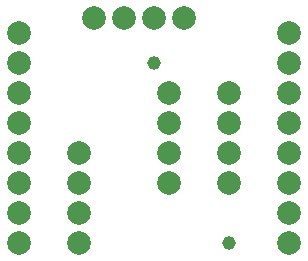
<source format=gbr>
G04 EAGLE Gerber X2 export*
%TF.Part,Single*%
%TF.FileFunction,Soldermask,Bot,1*%
%TF.FilePolarity,Negative*%
%TF.GenerationSoftware,Autodesk,EAGLE,9.1.1*%
%TF.CreationDate,2018-08-03T17:53:41Z*%
G75*
%MOMM*%
%FSLAX34Y34*%
%LPD*%
%AMOC8*
5,1,8,0,0,1.08239X$1,22.5*%
G01*
%ADD10C,2.006600*%
%ADD11C,1.177000*%


D10*
X203200Y165100D03*
X203200Y139700D03*
X203200Y114300D03*
X203200Y88900D03*
X165100Y228600D03*
X139700Y228600D03*
X114300Y228600D03*
X88900Y228600D03*
X152400Y165100D03*
X152400Y139700D03*
X152400Y114300D03*
X152400Y88900D03*
X76200Y38100D03*
X76200Y63500D03*
X76200Y88900D03*
X76200Y114300D03*
X254000Y38100D03*
X254000Y63500D03*
X254000Y88900D03*
X254000Y114300D03*
X254000Y139700D03*
X254000Y165100D03*
X254000Y190500D03*
X254000Y215900D03*
X25400Y215900D03*
X25400Y190500D03*
X25400Y165100D03*
X25400Y139700D03*
X25400Y114300D03*
X25400Y88900D03*
X25400Y63500D03*
X25400Y38100D03*
D11*
X203200Y38100D03*
X139700Y190500D03*
M02*

</source>
